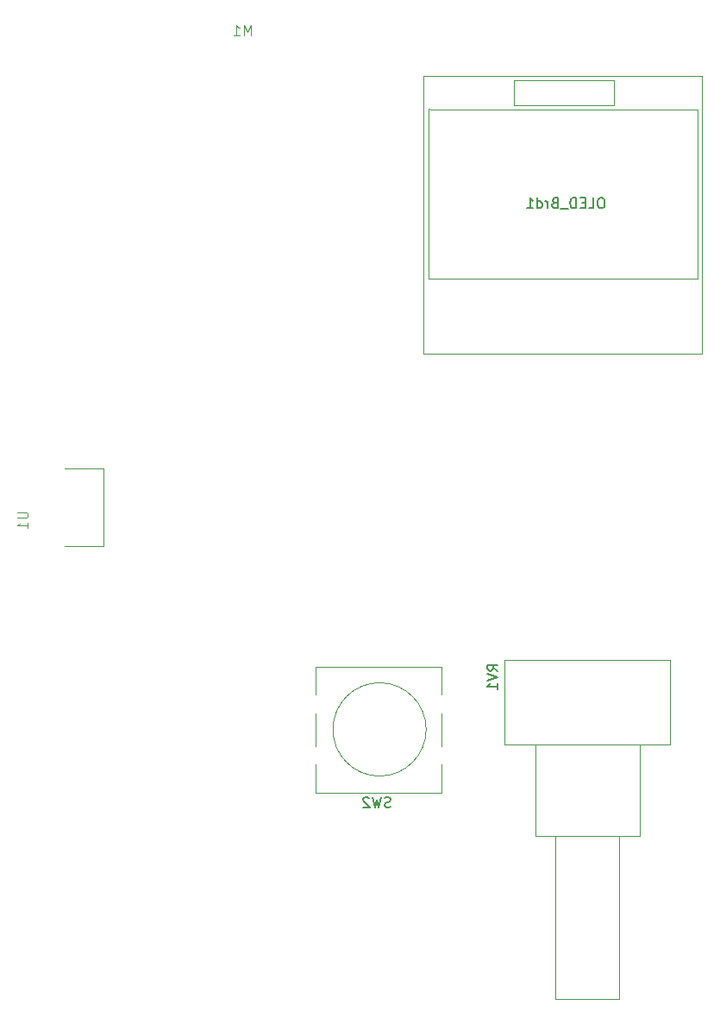
<source format=gbr>
%TF.GenerationSoftware,KiCad,Pcbnew,7.0.10*%
%TF.CreationDate,2024-02-12T12:18:25-08:00*%
%TF.ProjectId,PCB,5043422e-6b69-4636-9164-5f7063625858,1.0*%
%TF.SameCoordinates,Original*%
%TF.FileFunction,Legend,Bot*%
%TF.FilePolarity,Positive*%
%FSLAX46Y46*%
G04 Gerber Fmt 4.6, Leading zero omitted, Abs format (unit mm)*
G04 Created by KiCad (PCBNEW 7.0.10) date 2024-02-12 12:18:25*
%MOMM*%
%LPD*%
G01*
G04 APERTURE LIST*
%ADD10C,0.150000*%
%ADD11C,0.100000*%
%ADD12C,0.120000*%
G04 APERTURE END LIST*
D10*
X240301619Y-124308761D02*
X239825428Y-123975428D01*
X240301619Y-123737333D02*
X239301619Y-123737333D01*
X239301619Y-123737333D02*
X239301619Y-124118285D01*
X239301619Y-124118285D02*
X239349238Y-124213523D01*
X239349238Y-124213523D02*
X239396857Y-124261142D01*
X239396857Y-124261142D02*
X239492095Y-124308761D01*
X239492095Y-124308761D02*
X239634952Y-124308761D01*
X239634952Y-124308761D02*
X239730190Y-124261142D01*
X239730190Y-124261142D02*
X239777809Y-124213523D01*
X239777809Y-124213523D02*
X239825428Y-124118285D01*
X239825428Y-124118285D02*
X239825428Y-123737333D01*
X239301619Y-124594476D02*
X240301619Y-124927809D01*
X240301619Y-124927809D02*
X239301619Y-125261142D01*
X240301619Y-126118285D02*
X240301619Y-125546857D01*
X240301619Y-125832571D02*
X239301619Y-125832571D01*
X239301619Y-125832571D02*
X239444476Y-125737333D01*
X239444476Y-125737333D02*
X239539714Y-125642095D01*
X239539714Y-125642095D02*
X239587333Y-125546857D01*
D11*
X193164619Y-108745695D02*
X193974142Y-108745695D01*
X193974142Y-108745695D02*
X194069380Y-108793314D01*
X194069380Y-108793314D02*
X194117000Y-108840933D01*
X194117000Y-108840933D02*
X194164619Y-108936171D01*
X194164619Y-108936171D02*
X194164619Y-109126647D01*
X194164619Y-109126647D02*
X194117000Y-109221885D01*
X194117000Y-109221885D02*
X194069380Y-109269504D01*
X194069380Y-109269504D02*
X193974142Y-109317123D01*
X193974142Y-109317123D02*
X193164619Y-109317123D01*
X194164619Y-110317123D02*
X194164619Y-109745695D01*
X194164619Y-110031409D02*
X193164619Y-110031409D01*
X193164619Y-110031409D02*
X193307476Y-109936171D01*
X193307476Y-109936171D02*
X193402714Y-109840933D01*
X193402714Y-109840933D02*
X193450333Y-109745695D01*
X216031923Y-61933619D02*
X216031923Y-60933619D01*
X216031923Y-60933619D02*
X215698590Y-61647904D01*
X215698590Y-61647904D02*
X215365257Y-60933619D01*
X215365257Y-60933619D02*
X215365257Y-61933619D01*
X214365257Y-61933619D02*
X214936685Y-61933619D01*
X214650971Y-61933619D02*
X214650971Y-60933619D01*
X214650971Y-60933619D02*
X214746209Y-61076476D01*
X214746209Y-61076476D02*
X214841447Y-61171714D01*
X214841447Y-61171714D02*
X214936685Y-61219333D01*
D10*
X229760132Y-137671200D02*
X229617275Y-137718819D01*
X229617275Y-137718819D02*
X229379180Y-137718819D01*
X229379180Y-137718819D02*
X229283942Y-137671200D01*
X229283942Y-137671200D02*
X229236323Y-137623580D01*
X229236323Y-137623580D02*
X229188704Y-137528342D01*
X229188704Y-137528342D02*
X229188704Y-137433104D01*
X229188704Y-137433104D02*
X229236323Y-137337866D01*
X229236323Y-137337866D02*
X229283942Y-137290247D01*
X229283942Y-137290247D02*
X229379180Y-137242628D01*
X229379180Y-137242628D02*
X229569656Y-137195009D01*
X229569656Y-137195009D02*
X229664894Y-137147390D01*
X229664894Y-137147390D02*
X229712513Y-137099771D01*
X229712513Y-137099771D02*
X229760132Y-137004533D01*
X229760132Y-137004533D02*
X229760132Y-136909295D01*
X229760132Y-136909295D02*
X229712513Y-136814057D01*
X229712513Y-136814057D02*
X229664894Y-136766438D01*
X229664894Y-136766438D02*
X229569656Y-136718819D01*
X229569656Y-136718819D02*
X229331561Y-136718819D01*
X229331561Y-136718819D02*
X229188704Y-136766438D01*
X228855370Y-136718819D02*
X228617275Y-137718819D01*
X228617275Y-137718819D02*
X228426799Y-137004533D01*
X228426799Y-137004533D02*
X228236323Y-137718819D01*
X228236323Y-137718819D02*
X227998228Y-136718819D01*
X227664894Y-136814057D02*
X227617275Y-136766438D01*
X227617275Y-136766438D02*
X227522037Y-136718819D01*
X227522037Y-136718819D02*
X227283942Y-136718819D01*
X227283942Y-136718819D02*
X227188704Y-136766438D01*
X227188704Y-136766438D02*
X227141085Y-136814057D01*
X227141085Y-136814057D02*
X227093466Y-136909295D01*
X227093466Y-136909295D02*
X227093466Y-137004533D01*
X227093466Y-137004533D02*
X227141085Y-137147390D01*
X227141085Y-137147390D02*
X227712513Y-137718819D01*
X227712513Y-137718819D02*
X227093466Y-137718819D01*
X250556028Y-77906419D02*
X250365552Y-77906419D01*
X250365552Y-77906419D02*
X250270314Y-77954038D01*
X250270314Y-77954038D02*
X250175076Y-78049276D01*
X250175076Y-78049276D02*
X250127457Y-78239752D01*
X250127457Y-78239752D02*
X250127457Y-78573085D01*
X250127457Y-78573085D02*
X250175076Y-78763561D01*
X250175076Y-78763561D02*
X250270314Y-78858800D01*
X250270314Y-78858800D02*
X250365552Y-78906419D01*
X250365552Y-78906419D02*
X250556028Y-78906419D01*
X250556028Y-78906419D02*
X250651266Y-78858800D01*
X250651266Y-78858800D02*
X250746504Y-78763561D01*
X250746504Y-78763561D02*
X250794123Y-78573085D01*
X250794123Y-78573085D02*
X250794123Y-78239752D01*
X250794123Y-78239752D02*
X250746504Y-78049276D01*
X250746504Y-78049276D02*
X250651266Y-77954038D01*
X250651266Y-77954038D02*
X250556028Y-77906419D01*
X249222695Y-78906419D02*
X249698885Y-78906419D01*
X249698885Y-78906419D02*
X249698885Y-77906419D01*
X248889361Y-78382609D02*
X248556028Y-78382609D01*
X248413171Y-78906419D02*
X248889361Y-78906419D01*
X248889361Y-78906419D02*
X248889361Y-77906419D01*
X248889361Y-77906419D02*
X248413171Y-77906419D01*
X247984599Y-78906419D02*
X247984599Y-77906419D01*
X247984599Y-77906419D02*
X247746504Y-77906419D01*
X247746504Y-77906419D02*
X247603647Y-77954038D01*
X247603647Y-77954038D02*
X247508409Y-78049276D01*
X247508409Y-78049276D02*
X247460790Y-78144514D01*
X247460790Y-78144514D02*
X247413171Y-78334990D01*
X247413171Y-78334990D02*
X247413171Y-78477847D01*
X247413171Y-78477847D02*
X247460790Y-78668323D01*
X247460790Y-78668323D02*
X247508409Y-78763561D01*
X247508409Y-78763561D02*
X247603647Y-78858800D01*
X247603647Y-78858800D02*
X247746504Y-78906419D01*
X247746504Y-78906419D02*
X247984599Y-78906419D01*
X247222695Y-79001657D02*
X246460790Y-79001657D01*
X245889361Y-78382609D02*
X245746504Y-78430228D01*
X245746504Y-78430228D02*
X245698885Y-78477847D01*
X245698885Y-78477847D02*
X245651266Y-78573085D01*
X245651266Y-78573085D02*
X245651266Y-78715942D01*
X245651266Y-78715942D02*
X245698885Y-78811180D01*
X245698885Y-78811180D02*
X245746504Y-78858800D01*
X245746504Y-78858800D02*
X245841742Y-78906419D01*
X245841742Y-78906419D02*
X246222694Y-78906419D01*
X246222694Y-78906419D02*
X246222694Y-77906419D01*
X246222694Y-77906419D02*
X245889361Y-77906419D01*
X245889361Y-77906419D02*
X245794123Y-77954038D01*
X245794123Y-77954038D02*
X245746504Y-78001657D01*
X245746504Y-78001657D02*
X245698885Y-78096895D01*
X245698885Y-78096895D02*
X245698885Y-78192133D01*
X245698885Y-78192133D02*
X245746504Y-78287371D01*
X245746504Y-78287371D02*
X245794123Y-78334990D01*
X245794123Y-78334990D02*
X245889361Y-78382609D01*
X245889361Y-78382609D02*
X246222694Y-78382609D01*
X245222694Y-78906419D02*
X245222694Y-78239752D01*
X245222694Y-78430228D02*
X245175075Y-78334990D01*
X245175075Y-78334990D02*
X245127456Y-78287371D01*
X245127456Y-78287371D02*
X245032218Y-78239752D01*
X245032218Y-78239752D02*
X244936980Y-78239752D01*
X244175075Y-78906419D02*
X244175075Y-77906419D01*
X244175075Y-78858800D02*
X244270313Y-78906419D01*
X244270313Y-78906419D02*
X244460789Y-78906419D01*
X244460789Y-78906419D02*
X244556027Y-78858800D01*
X244556027Y-78858800D02*
X244603646Y-78811180D01*
X244603646Y-78811180D02*
X244651265Y-78715942D01*
X244651265Y-78715942D02*
X244651265Y-78430228D01*
X244651265Y-78430228D02*
X244603646Y-78334990D01*
X244603646Y-78334990D02*
X244556027Y-78287371D01*
X244556027Y-78287371D02*
X244460789Y-78239752D01*
X244460789Y-78239752D02*
X244270313Y-78239752D01*
X244270313Y-78239752D02*
X244175075Y-78287371D01*
X243175075Y-78906419D02*
X243746503Y-78906419D01*
X243460789Y-78906419D02*
X243460789Y-77906419D01*
X243460789Y-77906419D02*
X243556027Y-78049276D01*
X243556027Y-78049276D02*
X243651265Y-78144514D01*
X243651265Y-78144514D02*
X243746503Y-78192133D01*
D12*
%TO.C,RV1*%
X257216800Y-123284000D02*
X257216800Y-131524000D01*
X240976800Y-123284000D02*
X257216800Y-123284000D01*
X240976800Y-123284000D02*
X240976800Y-131524000D01*
X254216800Y-131524000D02*
X254216800Y-140524000D01*
X243976800Y-131524000D02*
X254216800Y-131524000D01*
X243976800Y-131524000D02*
X243976800Y-140524000D01*
X240976800Y-131524000D02*
X257216800Y-131524000D01*
X252217800Y-140524000D02*
X252217800Y-156524000D01*
X245976800Y-140524000D02*
X252217800Y-140524000D01*
X245976800Y-140524000D02*
X245976800Y-156524000D01*
X243976800Y-140524000D02*
X254216800Y-140524000D01*
X245976800Y-156524000D02*
X252217800Y-156524000D01*
D11*
%TO.C,U1*%
X201557200Y-104427600D02*
X201557200Y-112047600D01*
X197747200Y-104427600D02*
X201557200Y-104427600D01*
X201557200Y-112047600D02*
X197747200Y-112047600D01*
D12*
%TO.C,SW2*%
X222446800Y-123954000D02*
X222446800Y-126674000D01*
X222446800Y-128534000D02*
X222446800Y-131674000D01*
X222446800Y-133534000D02*
X222446800Y-136254000D01*
X222446800Y-136254000D02*
X234746800Y-136254000D01*
X234746800Y-123954000D02*
X222446800Y-123954000D01*
X234746800Y-126674000D02*
X234746800Y-123954000D01*
X234746800Y-131674000D02*
X234746800Y-128534000D01*
X234746800Y-136254000D02*
X234746800Y-133534000D01*
X233275850Y-130064000D02*
G75*
G03*
X224117750Y-130064000I-4579050J0D01*
G01*
X224117750Y-130064000D02*
G75*
G03*
X233275850Y-130064000I4579050J0D01*
G01*
%TO.C,OLED_Brd1*%
X260384600Y-93197600D02*
X260384600Y-65897600D01*
X260384600Y-65897600D02*
X232984600Y-65897600D01*
X259962600Y-85792600D02*
X259962600Y-69192600D01*
X259962600Y-69192600D02*
X236862600Y-69192600D01*
X251683600Y-66386600D02*
X251683600Y-68799600D01*
X251683600Y-66386600D02*
X241904600Y-66386600D01*
X241904600Y-68799600D02*
X251683600Y-68799600D01*
X241904600Y-66386600D02*
X241904600Y-68799600D01*
X236862600Y-85792600D02*
X259962600Y-85792600D01*
X236862600Y-85792600D02*
X233522600Y-85817600D01*
X236862600Y-69192600D02*
X233776600Y-69192600D01*
X233522600Y-85817600D02*
X233522600Y-69180600D01*
X233522600Y-69180600D02*
X233776600Y-69192600D01*
X232984600Y-93197600D02*
X260384600Y-93197600D01*
X232984600Y-65897600D02*
X232984600Y-93197600D01*
%TD*%
M02*

</source>
